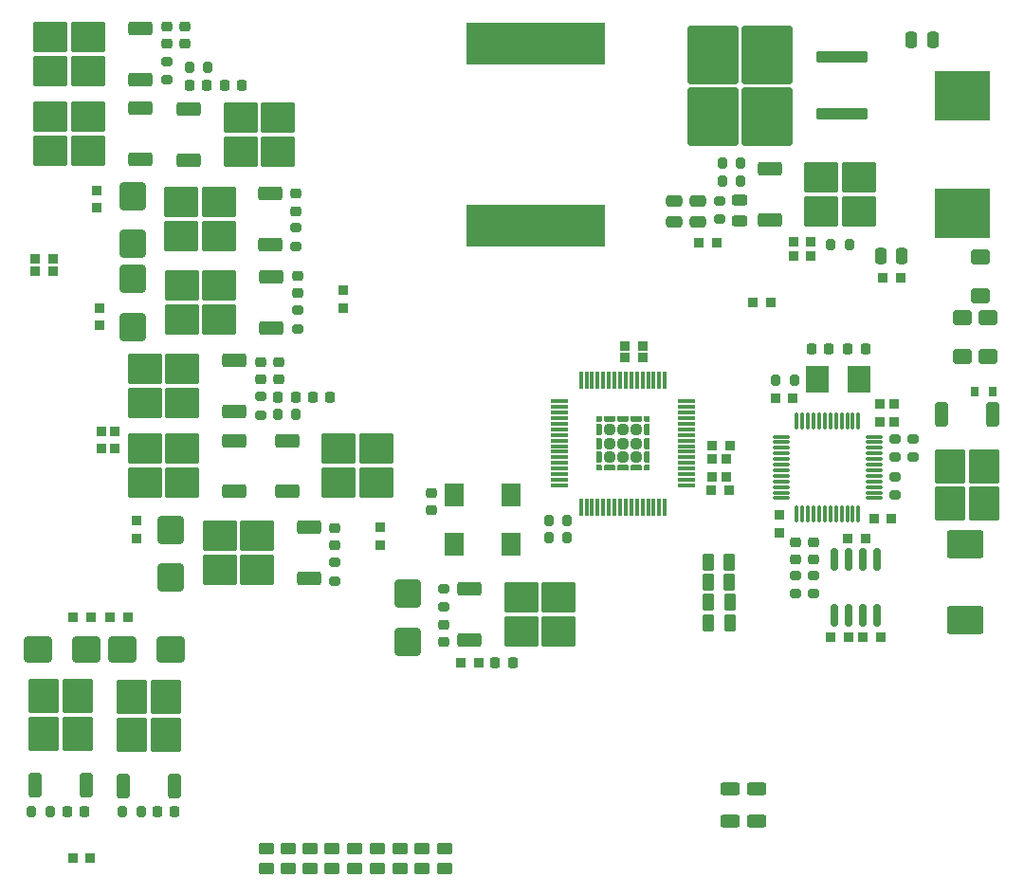
<source format=gbr>
%TF.GenerationSoftware,KiCad,Pcbnew,7.0.1*%
%TF.CreationDate,2024-06-21T04:11:25+03:00*%
%TF.ProjectId,_____ GDI,1f3b3042-3020-4474-9449-2e6b69636164,rev?*%
%TF.SameCoordinates,Original*%
%TF.FileFunction,Paste,Top*%
%TF.FilePolarity,Positive*%
%FSLAX46Y46*%
G04 Gerber Fmt 4.6, Leading zero omitted, Abs format (unit mm)*
G04 Created by KiCad (PCBNEW 7.0.1) date 2024-06-21 04:11:25*
%MOMM*%
%LPD*%
G01*
G04 APERTURE LIST*
G04 Aperture macros list*
%AMRoundRect*
0 Rectangle with rounded corners*
0 $1 Rounding radius*
0 $2 $3 $4 $5 $6 $7 $8 $9 X,Y pos of 4 corners*
0 Add a 4 corners polygon primitive as box body*
4,1,4,$2,$3,$4,$5,$6,$7,$8,$9,$2,$3,0*
0 Add four circle primitives for the rounded corners*
1,1,$1+$1,$2,$3*
1,1,$1+$1,$4,$5*
1,1,$1+$1,$6,$7*
1,1,$1+$1,$8,$9*
0 Add four rect primitives between the rounded corners*
20,1,$1+$1,$2,$3,$4,$5,0*
20,1,$1+$1,$4,$5,$6,$7,0*
20,1,$1+$1,$6,$7,$8,$9,0*
20,1,$1+$1,$8,$9,$2,$3,0*%
%AMFreePoly0*
4,1,48,0.193769,0.277084,0.210256,0.277084,0.223594,0.267393,0.239272,0.262299,0.248962,0.248962,0.262299,0.239272,0.267393,0.223594,0.277084,0.210256,0.277084,0.193769,0.282178,0.178092,0.282178,-0.091864,0.279582,-0.099852,0.280896,-0.108146,0.269831,-0.129862,0.262299,-0.153044,0.255505,-0.157980,0.251692,-0.165464,0.165464,-0.251692,0.157980,-0.255505,0.153044,-0.262299,
0.129864,-0.269830,0.108147,-0.280896,0.099852,-0.279582,0.091864,-0.282178,-0.178092,-0.282178,-0.193769,-0.277084,-0.210256,-0.277084,-0.223594,-0.267393,-0.239272,-0.262299,-0.248962,-0.248962,-0.262299,-0.239272,-0.267393,-0.223594,-0.277084,-0.210256,-0.277084,-0.193769,-0.282178,-0.178092,-0.282178,0.178092,-0.277084,0.193769,-0.277084,0.210256,-0.267393,0.223594,-0.262299,0.239272,
-0.248962,0.248962,-0.239272,0.262299,-0.223594,0.267393,-0.210256,0.277084,-0.193769,0.277084,-0.178092,0.282178,0.178092,0.282178,0.193769,0.277084,0.193769,0.277084,$1*%
%AMFreePoly1*
4,1,16,0.154497,0.483735,0.203876,0.463282,0.261726,0.405432,0.282179,0.356053,0.282179,-0.356053,0.261724,-0.405432,0.203876,-0.463283,0.154497,-0.483736,-0.212347,-0.483736,-0.261726,-0.463283,-0.282179,-0.413904,-0.282179,0.413904,-0.261726,0.463283,-0.212347,0.483736,0.154497,0.483736,0.154497,0.483735,0.154497,0.483735,$1*%
%AMFreePoly2*
4,1,48,0.099852,0.279582,0.108147,0.280896,0.129864,0.269830,0.153044,0.262299,0.157980,0.255505,0.165464,0.251692,0.251692,0.165464,0.255505,0.157980,0.262299,0.153044,0.269831,0.129862,0.280896,0.108146,0.279582,0.099852,0.282178,0.091864,0.282178,-0.178092,0.277084,-0.193769,0.277084,-0.210256,0.267393,-0.223594,0.262299,-0.239272,0.248962,-0.248962,0.239272,-0.262299,
0.223594,-0.267393,0.210256,-0.277084,0.193769,-0.277084,0.178092,-0.282178,-0.178092,-0.282178,-0.193769,-0.277084,-0.210256,-0.277084,-0.223594,-0.267393,-0.239272,-0.262299,-0.248962,-0.248962,-0.262299,-0.239272,-0.267393,-0.223594,-0.277084,-0.210256,-0.277084,-0.193769,-0.282178,-0.178092,-0.282178,0.178092,-0.277084,0.193769,-0.277084,0.210256,-0.267393,0.223594,-0.262299,0.239272,
-0.248962,0.248962,-0.239272,0.262299,-0.223594,0.267393,-0.210256,0.277084,-0.193769,0.277084,-0.178092,0.282178,0.091864,0.282178,0.099852,0.279582,0.099852,0.279582,$1*%
%AMFreePoly3*
4,1,15,0.463283,0.261726,0.483736,0.212347,0.483736,-0.154497,0.463281,-0.203876,0.405432,-0.261726,0.356052,-0.282179,-0.356053,-0.282179,-0.405432,-0.261724,-0.463283,-0.203876,-0.483736,-0.154497,-0.483736,0.212347,-0.463283,0.261726,-0.413904,0.282179,0.413904,0.282179,0.463283,0.261726,0.463283,0.261726,$1*%
%AMFreePoly4*
4,1,15,0.405432,0.261726,0.463283,0.203876,0.483736,0.154497,0.483736,-0.212347,0.463283,-0.261726,0.413904,-0.282179,-0.413904,-0.282179,-0.463283,-0.261726,-0.483736,-0.212347,-0.483736,0.154497,-0.463281,0.203876,-0.405432,0.261726,-0.356053,0.282179,0.356053,0.282179,0.405432,0.261726,0.405432,0.261726,$1*%
%AMFreePoly5*
4,1,48,0.193769,0.277084,0.210256,0.277084,0.223594,0.267393,0.239272,0.262299,0.248962,0.248962,0.262299,0.239272,0.267393,0.223594,0.277084,0.210256,0.277084,0.193769,0.282178,0.178092,0.282178,-0.178092,0.277084,-0.193769,0.277084,-0.210256,0.267393,-0.223594,0.262299,-0.239272,0.248962,-0.248962,0.239272,-0.262299,0.223594,-0.267393,0.210256,-0.277084,0.193769,-0.277084,
0.178092,-0.282178,-0.091864,-0.282178,-0.099852,-0.279582,-0.108146,-0.280896,-0.129862,-0.269831,-0.153044,-0.262299,-0.157980,-0.255505,-0.165464,-0.251692,-0.251692,-0.165464,-0.255505,-0.157980,-0.262299,-0.153044,-0.269830,-0.129864,-0.280896,-0.108147,-0.279582,-0.099852,-0.282178,-0.091864,-0.282178,0.178092,-0.277084,0.193769,-0.277084,0.210256,-0.267393,0.223594,-0.262299,0.239272,
-0.248962,0.248962,-0.239272,0.262299,-0.223594,0.267393,-0.210256,0.277084,-0.193769,0.277084,-0.178092,0.282178,0.178092,0.282178,0.193769,0.277084,0.193769,0.277084,$1*%
%AMFreePoly6*
4,1,15,0.261726,0.463283,0.282179,0.413904,0.282179,-0.413904,0.261726,-0.463283,0.212347,-0.483736,-0.154498,-0.483736,-0.203876,-0.463281,-0.261726,-0.405432,-0.282179,-0.356053,-0.282179,0.356053,-0.261724,0.405432,-0.203876,0.463283,-0.154497,0.483736,0.212347,0.483736,0.261726,0.463283,0.261726,0.463283,$1*%
%AMFreePoly7*
4,1,48,0.193769,0.277084,0.210256,0.277084,0.223594,0.267393,0.239272,0.262299,0.248962,0.248962,0.262299,0.239272,0.267393,0.223594,0.277084,0.210256,0.277084,0.193769,0.282178,0.178092,0.282178,-0.178092,0.277084,-0.193769,0.277084,-0.210256,0.267393,-0.223594,0.262299,-0.239272,0.248962,-0.248962,0.239272,-0.262299,0.223594,-0.267393,0.210256,-0.277084,0.193769,-0.277084,
0.178092,-0.282178,-0.178092,-0.282178,-0.193769,-0.277084,-0.210256,-0.277084,-0.223594,-0.267393,-0.239272,-0.262299,-0.248962,-0.248962,-0.262299,-0.239272,-0.267393,-0.223594,-0.277084,-0.210256,-0.277084,-0.193769,-0.282178,-0.178092,-0.282178,0.091864,-0.279582,0.099852,-0.280896,0.108147,-0.269830,0.129864,-0.262299,0.153044,-0.255505,0.157980,-0.251692,0.165464,-0.165464,0.251692,
-0.157980,0.255505,-0.153044,0.262299,-0.129862,0.269831,-0.108146,0.280896,-0.099852,0.279582,-0.091864,0.282178,0.178092,0.282178,0.193769,0.277084,0.193769,0.277084,$1*%
G04 Aperture macros list end*
%ADD10RoundRect,0.250000X0.250000X0.475000X-0.250000X0.475000X-0.250000X-0.475000X0.250000X-0.475000X0*%
%ADD11RoundRect,0.250000X0.850000X0.350000X-0.850000X0.350000X-0.850000X-0.350000X0.850000X-0.350000X0*%
%ADD12RoundRect,0.250000X1.275000X1.125000X-1.275000X1.125000X-1.275000X-1.125000X1.275000X-1.125000X0*%
%ADD13RoundRect,0.100000X-0.400000X-0.625000X0.400000X-0.625000X0.400000X0.625000X-0.400000X0.625000X0*%
%ADD14RoundRect,0.200000X0.200000X0.275000X-0.200000X0.275000X-0.200000X-0.275000X0.200000X-0.275000X0*%
%ADD15RoundRect,0.085000X0.340000X-0.340000X0.340000X0.340000X-0.340000X0.340000X-0.340000X-0.340000X0*%
%ADD16RoundRect,0.250000X0.350000X-0.850000X0.350000X0.850000X-0.350000X0.850000X-0.350000X-0.850000X0*%
%ADD17RoundRect,0.250000X1.125000X-1.275000X1.125000X1.275000X-1.125000X1.275000X-1.125000X-1.275000X0*%
%ADD18RoundRect,0.250000X-0.625000X0.312500X-0.625000X-0.312500X0.625000X-0.312500X0.625000X0.312500X0*%
%ADD19RoundRect,0.085000X0.340000X0.340000X-0.340000X0.340000X-0.340000X-0.340000X0.340000X-0.340000X0*%
%ADD20RoundRect,0.075000X-0.075000X0.662500X-0.075000X-0.662500X0.075000X-0.662500X0.075000X0.662500X0*%
%ADD21RoundRect,0.075000X-0.662500X0.075000X-0.662500X-0.075000X0.662500X-0.075000X0.662500X0.075000X0*%
%ADD22RoundRect,0.225000X-0.250000X0.225000X-0.250000X-0.225000X0.250000X-0.225000X0.250000X0.225000X0*%
%ADD23RoundRect,0.250000X0.450000X-0.262500X0.450000X0.262500X-0.450000X0.262500X-0.450000X-0.262500X0*%
%ADD24RoundRect,0.200000X0.275000X-0.200000X0.275000X0.200000X-0.275000X0.200000X-0.275000X-0.200000X0*%
%ADD25RoundRect,0.200000X-0.200000X-0.275000X0.200000X-0.275000X0.200000X0.275000X-0.200000X0.275000X0*%
%ADD26RoundRect,0.085000X-0.340000X-0.340000X0.340000X-0.340000X0.340000X0.340000X-0.340000X0.340000X0*%
%ADD27R,12.320000X3.825000*%
%ADD28RoundRect,0.225000X0.250000X-0.225000X0.250000X0.225000X-0.250000X0.225000X-0.250000X-0.225000X0*%
%ADD29RoundRect,0.250000X-0.600000X0.400000X-0.600000X-0.400000X0.600000X-0.400000X0.600000X0.400000X0*%
%ADD30RoundRect,0.085000X-0.340000X0.340000X-0.340000X-0.340000X0.340000X-0.340000X0.340000X0.340000X0*%
%ADD31RoundRect,0.250000X-0.475000X0.250000X-0.475000X-0.250000X0.475000X-0.250000X0.475000X0.250000X0*%
%ADD32RoundRect,0.250000X0.900000X-1.000000X0.900000X1.000000X-0.900000X1.000000X-0.900000X-1.000000X0*%
%ADD33RoundRect,0.225000X0.225000X0.250000X-0.225000X0.250000X-0.225000X-0.250000X0.225000X-0.250000X0*%
%ADD34RoundRect,0.250000X1.000000X0.900000X-1.000000X0.900000X-1.000000X-0.900000X1.000000X-0.900000X0*%
%ADD35RoundRect,0.250000X-0.850000X-0.350000X0.850000X-0.350000X0.850000X0.350000X-0.850000X0.350000X0*%
%ADD36RoundRect,0.250000X-1.275000X-1.125000X1.275000X-1.125000X1.275000X1.125000X-1.275000X1.125000X0*%
%ADD37RoundRect,0.070000X-0.280000X-0.390000X0.280000X-0.390000X0.280000X0.390000X-0.280000X0.390000X0*%
%ADD38RoundRect,0.250000X2.050000X0.300000X-2.050000X0.300000X-2.050000X-0.300000X2.050000X-0.300000X0*%
%ADD39RoundRect,0.250000X2.025000X2.375000X-2.025000X2.375000X-2.025000X-2.375000X2.025000X-2.375000X0*%
%ADD40RoundRect,0.250000X-1.400000X-1.000000X1.400000X-1.000000X1.400000X1.000000X-1.400000X1.000000X0*%
%ADD41R,2.000000X2.400000*%
%ADD42RoundRect,0.200000X-0.275000X0.200000X-0.275000X-0.200000X0.275000X-0.200000X0.275000X0.200000X0*%
%ADD43RoundRect,0.250000X-0.350000X0.850000X-0.350000X-0.850000X0.350000X-0.850000X0.350000X0.850000X0*%
%ADD44RoundRect,0.250000X-1.125000X1.275000X-1.125000X-1.275000X1.125000X-1.275000X1.125000X1.275000X0*%
%ADD45FreePoly0,90.000000*%
%ADD46FreePoly1,90.000000*%
%ADD47FreePoly2,90.000000*%
%ADD48FreePoly3,90.000000*%
%ADD49RoundRect,0.241868X0.241867X-0.241867X0.241867X0.241867X-0.241867X0.241867X-0.241867X-0.241867X0*%
%ADD50FreePoly4,90.000000*%
%ADD51FreePoly5,90.000000*%
%ADD52FreePoly6,90.000000*%
%ADD53FreePoly7,90.000000*%
%ADD54RoundRect,0.075000X0.075000X-0.700000X0.075000X0.700000X-0.075000X0.700000X-0.075000X-0.700000X0*%
%ADD55RoundRect,0.075000X0.700000X-0.075000X0.700000X0.075000X-0.700000X0.075000X-0.700000X-0.075000X0*%
%ADD56RoundRect,0.243750X0.456250X-0.243750X0.456250X0.243750X-0.456250X0.243750X-0.456250X-0.243750X0*%
%ADD57RoundRect,0.250000X-0.900000X1.000000X-0.900000X-1.000000X0.900000X-1.000000X0.900000X1.000000X0*%
%ADD58R,1.800000X2.000000*%
%ADD59RoundRect,0.218750X0.256250X-0.218750X0.256250X0.218750X-0.256250X0.218750X-0.256250X-0.218750X0*%
%ADD60RoundRect,0.150000X-0.150000X0.825000X-0.150000X-0.825000X0.150000X-0.825000X0.150000X0.825000X0*%
%ADD61RoundRect,0.225000X-0.225000X-0.250000X0.225000X-0.250000X0.225000X0.250000X-0.225000X0.250000X0*%
%ADD62RoundRect,0.250000X-1.000000X-0.900000X1.000000X-0.900000X1.000000X0.900000X-1.000000X0.900000X0*%
%ADD63R,5.000000X4.500000*%
G04 APERTURE END LIST*
D10*
%TO.C,C90*%
X178750000Y-51200000D03*
X176850000Y-51200000D03*
%TD*%
D11*
%TO.C,D15*%
X116400000Y-91500000D03*
D12*
X111775000Y-90745000D03*
X111775000Y-87695000D03*
X108425000Y-90745000D03*
X108425000Y-87695000D03*
D11*
X116400000Y-86940000D03*
%TD*%
D13*
%TO.C,R115*%
X158700000Y-99600000D03*
X160600022Y-99600000D03*
%TD*%
D14*
%TO.C,R120*%
X161625000Y-62200000D03*
X159975000Y-62200000D03*
%TD*%
D15*
%TO.C,C66*%
X126100000Y-75089981D03*
X126100000Y-73509979D03*
%TD*%
D16*
%TO.C,Q10*%
X106455000Y-117825000D03*
D17*
X107210000Y-113200000D03*
X110260000Y-113200000D03*
X107210000Y-109850000D03*
X110260000Y-109850000D03*
D16*
X111015000Y-117825000D03*
%TD*%
%TO.C,Q11*%
X98595000Y-117725000D03*
D17*
X99350000Y-113100000D03*
X102400000Y-113100000D03*
X99350000Y-109750000D03*
X102400000Y-109750000D03*
D16*
X103155000Y-117725000D03*
%TD*%
D18*
%TO.C,R126*%
X160700000Y-118037500D03*
X160700000Y-120962500D03*
%TD*%
D14*
%TO.C,R131*%
X161625000Y-63800000D03*
X159975000Y-63800000D03*
%TD*%
%TO.C,R116*%
X146125000Y-94100000D03*
X144475000Y-94100000D03*
%TD*%
D19*
%TO.C,C73*%
X175090001Y-93900000D03*
X173509999Y-93900000D03*
%TD*%
D20*
%TO.C,U7*%
X172130000Y-85187500D03*
X171630000Y-85187500D03*
X171130000Y-85187500D03*
X170630000Y-85187500D03*
X170130000Y-85187500D03*
X169630000Y-85187500D03*
X169130000Y-85187500D03*
X168630000Y-85187500D03*
X168130000Y-85187500D03*
X167630000Y-85187500D03*
X167130000Y-85187500D03*
X166630000Y-85187500D03*
D21*
X165217500Y-86600000D03*
X165217500Y-87100000D03*
X165217500Y-87600000D03*
X165217500Y-88100000D03*
X165217500Y-88600000D03*
X165217500Y-89100000D03*
X165217500Y-89600000D03*
X165217500Y-90100000D03*
X165217500Y-90600000D03*
X165217500Y-91100000D03*
X165217500Y-91600000D03*
X165217500Y-92100000D03*
D20*
X166630000Y-93512500D03*
X167130000Y-93512500D03*
X167630000Y-93512500D03*
X168130000Y-93512500D03*
X168630000Y-93512500D03*
X169130000Y-93512500D03*
X169630000Y-93512500D03*
X170130000Y-93512500D03*
X170630000Y-93512500D03*
X171130000Y-93512500D03*
X171630000Y-93512500D03*
X172130000Y-93512500D03*
D21*
X173542500Y-92100000D03*
X173542500Y-91600000D03*
X173542500Y-91100000D03*
X173542500Y-90600000D03*
X173542500Y-90100000D03*
X173542500Y-89600000D03*
X173542500Y-89100000D03*
X173542500Y-88600000D03*
X173542500Y-88100000D03*
X173542500Y-87600000D03*
X173542500Y-87100000D03*
X173542500Y-86600000D03*
%TD*%
D22*
%TO.C,C62*%
X125350000Y-94775000D03*
X125350000Y-96325000D03*
%TD*%
D23*
%TO.C,R128*%
X123150000Y-125200000D03*
X123150000Y-123375000D03*
%TD*%
D24*
%TO.C,R123*%
X159700000Y-67175000D03*
X159700000Y-65525000D03*
%TD*%
D25*
%TO.C,R104*%
X106405000Y-120125000D03*
X108055000Y-120125000D03*
%TD*%
D26*
%TO.C,C74*%
X164709999Y-83150000D03*
X166290001Y-83150000D03*
%TD*%
D27*
%TO.C,L2*%
X143300000Y-51477500D03*
X143300000Y-67722500D03*
%TD*%
D24*
%TO.C,R101*%
X122025000Y-76975000D03*
X122025000Y-75325000D03*
%TD*%
D23*
%TO.C,R130*%
X127150000Y-125200000D03*
X127150000Y-123375000D03*
%TD*%
D28*
%TO.C,C67*%
X120350000Y-81500000D03*
X120350000Y-79950000D03*
%TD*%
D29*
%TO.C,D3*%
X183700000Y-75950000D03*
X183700000Y-79450000D03*
%TD*%
D11*
%TO.C,D14*%
X107975000Y-61855000D03*
D12*
X103350000Y-61100000D03*
X103350000Y-58050000D03*
X100000000Y-61100000D03*
X100000000Y-58050000D03*
D11*
X107975000Y-57295000D03*
%TD*%
%TO.C,Q6*%
X119625000Y-69455000D03*
D12*
X115000000Y-68700000D03*
X115000000Y-65650000D03*
X111650000Y-68700000D03*
X111650000Y-65650000D03*
D11*
X119625000Y-64895000D03*
%TD*%
D30*
%TO.C,C75*%
X174080000Y-83709999D03*
X174080000Y-85290001D03*
%TD*%
D15*
%TO.C,C71*%
X129400000Y-96290001D03*
X129400000Y-94709999D03*
%TD*%
D26*
%TO.C,C45*%
X136659999Y-106825000D03*
X138240001Y-106825000D03*
%TD*%
D31*
%TO.C,C94*%
X157800000Y-65550000D03*
X157800000Y-67450000D03*
%TD*%
D18*
%TO.C,R124*%
X163000000Y-118037500D03*
X163000000Y-120962500D03*
%TD*%
D32*
%TO.C,D16*%
X107300000Y-69400000D03*
X107300000Y-65100000D03*
%TD*%
D19*
%TO.C,C93*%
X159490001Y-69320000D03*
X157909999Y-69320000D03*
%TD*%
D24*
%TO.C,R85*%
X175430000Y-88425000D03*
X175430000Y-86775000D03*
%TD*%
D19*
%TO.C,C4*%
X172790001Y-95700000D03*
X171209999Y-95700000D03*
%TD*%
D33*
%TO.C,C53*%
X113970000Y-55225000D03*
X112420000Y-55225000D03*
%TD*%
%TO.C,C68*%
X124975000Y-83100000D03*
X123425000Y-83100000D03*
%TD*%
D23*
%TO.C,R135*%
X135200000Y-125200000D03*
X135200000Y-123375000D03*
%TD*%
D22*
%TO.C,C55*%
X122025000Y-72250000D03*
X122025000Y-73800000D03*
%TD*%
D15*
%TO.C,C39*%
X104100000Y-66190001D03*
X104100000Y-64609999D03*
%TD*%
D19*
%TO.C,C44*%
X103590001Y-102700000D03*
X102009999Y-102700000D03*
%TD*%
D11*
%TO.C,Q7*%
X119700000Y-76880000D03*
D12*
X115075000Y-76125000D03*
X115075000Y-73075000D03*
X111725000Y-76125000D03*
X111725000Y-73075000D03*
D11*
X119700000Y-72320000D03*
%TD*%
D23*
%TO.C,R129*%
X125100000Y-125200000D03*
X125100000Y-123375000D03*
%TD*%
D34*
%TO.C,D19*%
X103205000Y-105625000D03*
X98905000Y-105625000D03*
%TD*%
D23*
%TO.C,R134*%
X133150000Y-125200000D03*
X133150000Y-123375000D03*
%TD*%
D33*
%TO.C,C70*%
X141250000Y-106800000D03*
X139700000Y-106800000D03*
%TD*%
D35*
%TO.C,Q9*%
X121100000Y-86940000D03*
D36*
X125725000Y-87695000D03*
X125725000Y-90745000D03*
X129075000Y-87695000D03*
X129075000Y-90745000D03*
D35*
X121100000Y-91500000D03*
%TD*%
D23*
%TO.C,R132*%
X129200000Y-125200000D03*
X129200000Y-123375000D03*
%TD*%
D26*
%TO.C,C37*%
X98600000Y-70750000D03*
X100180002Y-70750000D03*
%TD*%
D19*
%TO.C,C87*%
X160590001Y-91400000D03*
X159009999Y-91400000D03*
%TD*%
D25*
%TO.C,R105*%
X98305000Y-120125000D03*
X99955000Y-120125000D03*
%TD*%
D29*
%TO.C,D1*%
X183000000Y-70550000D03*
X183000000Y-74050000D03*
%TD*%
D37*
%TO.C,R19*%
X182500000Y-82600000D03*
X184100000Y-82600000D03*
%TD*%
D38*
%TO.C,D26*%
X170700000Y-57800000D03*
D39*
X163975000Y-58035000D03*
X163975000Y-52485000D03*
X159125000Y-58035000D03*
X159125000Y-52485000D03*
D38*
X170700000Y-52720000D03*
%TD*%
D19*
%TO.C,C77*%
X164290001Y-74600000D03*
X162709999Y-74600000D03*
%TD*%
D40*
%TO.C,D4*%
X181680000Y-96200000D03*
X181680000Y-103000000D03*
%TD*%
D35*
%TO.C,Q5*%
X112320000Y-57320000D03*
D36*
X116945000Y-58075000D03*
X116945000Y-61125000D03*
X120295000Y-58075000D03*
X120295000Y-61125000D03*
D35*
X112320000Y-61880000D03*
%TD*%
D23*
%TO.C,R127*%
X121200000Y-125200000D03*
X121200000Y-123375000D03*
%TD*%
D30*
%TO.C,C40*%
X104400000Y-75109999D03*
X104400000Y-76690001D03*
%TD*%
D24*
%TO.C,R100*%
X121900000Y-69600000D03*
X121900000Y-67950000D03*
%TD*%
D41*
%TO.C,Y3*%
X172180000Y-81500000D03*
X168480000Y-81500000D03*
%TD*%
D28*
%TO.C,C64*%
X112020000Y-51500000D03*
X112020000Y-49950000D03*
%TD*%
D13*
%TO.C,R114*%
X158700000Y-97800000D03*
X160600022Y-97800000D03*
%TD*%
D24*
%TO.C,R98*%
X110400000Y-54725000D03*
X110400000Y-53075000D03*
%TD*%
%TO.C,R118*%
X177000000Y-88425000D03*
X177000000Y-86775000D03*
%TD*%
D42*
%TO.C,R86*%
X166500000Y-99000000D03*
X166500000Y-100650000D03*
%TD*%
D28*
%TO.C,C60*%
X135100000Y-104950000D03*
X135100000Y-103400000D03*
%TD*%
D33*
%TO.C,C65*%
X117070000Y-55225000D03*
X115520000Y-55225000D03*
%TD*%
D19*
%TO.C,C78*%
X152840001Y-79550000D03*
X151259999Y-79550000D03*
%TD*%
D43*
%TO.C,Q1*%
X184100000Y-84600000D03*
D44*
X183345000Y-89225000D03*
X180295000Y-89225000D03*
X183345000Y-92575000D03*
X180295000Y-92575000D03*
D43*
X179540000Y-84600000D03*
X179540000Y-84600000D03*
%TD*%
D22*
%TO.C,C54*%
X121900000Y-64900000D03*
X121900000Y-66450000D03*
%TD*%
D19*
%TO.C,C80*%
X152840001Y-78500000D03*
X151259999Y-78500000D03*
%TD*%
D45*
%TO.C,U8*%
X148950000Y-89350000D03*
D46*
X149900000Y-89350000D03*
X151100000Y-89350000D03*
X152300000Y-89350000D03*
D47*
X153250000Y-89350000D03*
D48*
X148950000Y-88400000D03*
D49*
X149900000Y-88400000D03*
X151100000Y-88400000D03*
X152300000Y-88400000D03*
D50*
X153250000Y-88400000D03*
D48*
X148950000Y-87200000D03*
D49*
X149900000Y-87200000D03*
X151100000Y-87200000D03*
X152300000Y-87200000D03*
D50*
X153250000Y-87200000D03*
D48*
X148950000Y-86000000D03*
D49*
X149900000Y-86000000D03*
X151100000Y-86000000D03*
X152300000Y-86000000D03*
D50*
X153250000Y-86000000D03*
D51*
X148950000Y-85050000D03*
D52*
X149900000Y-85050000D03*
X151100000Y-85050000D03*
X152300000Y-85050000D03*
D53*
X153250000Y-85050000D03*
D54*
X147350000Y-92875000D03*
X147850000Y-92875000D03*
X148350000Y-92875000D03*
X148850000Y-92875000D03*
X149350000Y-92875000D03*
X149850000Y-92875000D03*
X150350000Y-92875000D03*
X150850000Y-92875000D03*
X151350000Y-92875000D03*
X151850000Y-92875000D03*
X152350000Y-92875000D03*
X152850000Y-92875000D03*
X153350000Y-92875000D03*
X153850000Y-92875000D03*
X154350000Y-92875000D03*
X154850000Y-92875000D03*
D55*
X156775000Y-90950000D03*
X156775000Y-90450000D03*
X156775000Y-89950000D03*
X156775000Y-89450000D03*
X156775000Y-88950000D03*
X156775000Y-88450000D03*
X156775000Y-87950000D03*
X156775000Y-87450000D03*
X156775000Y-86950000D03*
X156775000Y-86450000D03*
X156775000Y-85950000D03*
X156775000Y-85450000D03*
X156775000Y-84950000D03*
X156775000Y-84450000D03*
X156775000Y-83950000D03*
X156775000Y-83450000D03*
D54*
X154850000Y-81525000D03*
X154350000Y-81525000D03*
X153850000Y-81525000D03*
X153350000Y-81525000D03*
X152850000Y-81525000D03*
X152350000Y-81525000D03*
X151850000Y-81525000D03*
X151350000Y-81525000D03*
X150850000Y-81525000D03*
X150350000Y-81525000D03*
X149850000Y-81525000D03*
X149350000Y-81525000D03*
X148850000Y-81525000D03*
X148350000Y-81525000D03*
X147850000Y-81525000D03*
X147350000Y-81525000D03*
D55*
X145425000Y-83450000D03*
X145425000Y-83950000D03*
X145425000Y-84450000D03*
X145425000Y-84950000D03*
X145425000Y-85450000D03*
X145425000Y-85950000D03*
X145425000Y-86450000D03*
X145425000Y-86950000D03*
X145425000Y-87450000D03*
X145425000Y-87950000D03*
X145425000Y-88450000D03*
X145425000Y-88950000D03*
X145425000Y-89450000D03*
X145425000Y-89950000D03*
X145425000Y-90450000D03*
X145425000Y-90950000D03*
%TD*%
D26*
%TO.C,C43*%
X105309999Y-102700000D03*
X106890001Y-102700000D03*
%TD*%
D23*
%TO.C,R133*%
X131200000Y-125200000D03*
X131200000Y-123375000D03*
%TD*%
D26*
%TO.C,C76*%
X174309999Y-72420000D03*
X175890001Y-72420000D03*
%TD*%
D56*
%TO.C,D27*%
X161500000Y-67337500D03*
X161500000Y-65462500D03*
%TD*%
D32*
%TO.C,D20*%
X131900000Y-104900000D03*
X131900000Y-100600000D03*
%TD*%
D10*
%TO.C,C86*%
X176000000Y-70500000D03*
X174100000Y-70500000D03*
%TD*%
D29*
%TO.C,D2*%
X181400000Y-75950000D03*
X181400000Y-79450000D03*
%TD*%
D24*
%TO.C,R111*%
X168130000Y-100650000D03*
X168130000Y-99000000D03*
%TD*%
D42*
%TO.C,R106*%
X135100000Y-100150000D03*
X135100000Y-101800000D03*
%TD*%
D13*
%TO.C,R113*%
X158749999Y-101400000D03*
X160650021Y-101400000D03*
%TD*%
D11*
%TO.C,Q8*%
X116400000Y-84340000D03*
D12*
X111775000Y-83585000D03*
X111775000Y-80535000D03*
X108425000Y-83585000D03*
X108425000Y-80535000D03*
D11*
X116400000Y-79780000D03*
%TD*%
D57*
%TO.C,D17*%
X107325000Y-72525000D03*
X107325000Y-76825000D03*
%TD*%
D58*
%TO.C,Y2*%
X136060000Y-96200000D03*
X141140000Y-96200000D03*
X141140000Y-91800000D03*
X136060000Y-91800000D03*
%TD*%
D24*
%TO.C,R87*%
X175430000Y-91825000D03*
X175430000Y-90175000D03*
%TD*%
D30*
%TO.C,C79*%
X175330000Y-83709999D03*
X175330000Y-85290001D03*
%TD*%
D28*
%TO.C,C91*%
X134000000Y-93175000D03*
X134000000Y-91625000D03*
%TD*%
D33*
%TO.C,C59*%
X103055000Y-120125000D03*
X101505000Y-120125000D03*
%TD*%
D26*
%TO.C,C89*%
X166309999Y-69200000D03*
X167890001Y-69200000D03*
%TD*%
D14*
%TO.C,R103*%
X121925000Y-84600000D03*
X120275000Y-84600000D03*
%TD*%
D13*
%TO.C,R112*%
X158744999Y-103200000D03*
X160645021Y-103200000D03*
%TD*%
D23*
%TO.C,R125*%
X119250000Y-125200000D03*
X119250000Y-123375000D03*
%TD*%
D59*
%TO.C,D25*%
X168130000Y-97600000D03*
X168130000Y-96025000D03*
%TD*%
D26*
%TO.C,C2*%
X169644999Y-104475000D03*
X171225001Y-104475000D03*
%TD*%
D33*
%TO.C,C57*%
X121875000Y-83100000D03*
X120325000Y-83100000D03*
%TD*%
D30*
%TO.C,C41*%
X105700000Y-86100000D03*
X105700000Y-87680002D03*
%TD*%
D11*
%TO.C,Q4*%
X107980000Y-54750000D03*
D12*
X103355000Y-53995000D03*
X103355000Y-50945000D03*
X100005000Y-53995000D03*
X100005000Y-50945000D03*
D11*
X107980000Y-50190000D03*
%TD*%
D26*
%TO.C,C38*%
X98609999Y-71800000D03*
X100190001Y-71800000D03*
%TD*%
D14*
%TO.C,R117*%
X146125000Y-95600000D03*
X144475000Y-95600000D03*
%TD*%
D60*
%TO.C,U1*%
X173785000Y-97575000D03*
X172515000Y-97575000D03*
X171245000Y-97575000D03*
X169975000Y-97575000D03*
X169975000Y-102525000D03*
X171245000Y-102525000D03*
X172515000Y-102525000D03*
X173785000Y-102525000D03*
%TD*%
D15*
%TO.C,C84*%
X160300000Y-90190001D03*
X160300000Y-88609999D03*
%TD*%
D32*
%TO.C,D22*%
X110750000Y-99200000D03*
X110750000Y-94900000D03*
%TD*%
D61*
%TO.C,C50*%
X167930000Y-78800000D03*
X169480000Y-78800000D03*
%TD*%
D26*
%TO.C,C1*%
X172544999Y-104475000D03*
X174125001Y-104475000D03*
%TD*%
%TO.C,C92*%
X166309999Y-70500000D03*
X167890001Y-70500000D03*
%TD*%
D31*
%TO.C,C96*%
X155700000Y-65550000D03*
X155700000Y-67450000D03*
%TD*%
D22*
%TO.C,C56*%
X118800000Y-79950000D03*
X118800000Y-81500000D03*
%TD*%
D35*
%TO.C,Q12*%
X137400000Y-100200000D03*
D36*
X142025000Y-100955000D03*
X142025000Y-104005000D03*
X145375000Y-100955000D03*
X145375000Y-104005000D03*
D35*
X137400000Y-104760000D03*
%TD*%
D15*
%TO.C,C72*%
X165100000Y-95190001D03*
X165100000Y-93609999D03*
%TD*%
D22*
%TO.C,C52*%
X110400000Y-49965000D03*
X110400000Y-51515000D03*
%TD*%
D24*
%TO.C,R102*%
X118800000Y-84690000D03*
X118800000Y-83040000D03*
%TD*%
D14*
%TO.C,R99*%
X114025000Y-53625000D03*
X112375000Y-53625000D03*
%TD*%
D24*
%TO.C,R108*%
X125350000Y-99475000D03*
X125350000Y-97825000D03*
%TD*%
D19*
%TO.C,C85*%
X160640001Y-87400000D03*
X159059999Y-87400000D03*
%TD*%
D59*
%TO.C,D24*%
X166500000Y-97600000D03*
X166500000Y-96025000D03*
%TD*%
D15*
%TO.C,C47*%
X107675000Y-95665001D03*
X107675000Y-94084999D03*
%TD*%
D62*
%TO.C,D18*%
X106405000Y-105625000D03*
X110705000Y-105625000D03*
%TD*%
D30*
%TO.C,C42*%
X104500000Y-86109999D03*
X104500000Y-87690001D03*
%TD*%
D35*
%TO.C,Q16*%
X164200000Y-62720000D03*
D36*
X168825000Y-63475000D03*
X168825000Y-66525000D03*
X172175000Y-63475000D03*
X172175000Y-66525000D03*
D35*
X164200000Y-67280000D03*
%TD*%
D33*
%TO.C,C58*%
X111055000Y-120125000D03*
X109505000Y-120125000D03*
%TD*%
D11*
%TO.C,Q14*%
X123075000Y-99255000D03*
D12*
X118450000Y-98500000D03*
X118450000Y-95450000D03*
X115100000Y-98500000D03*
X115100000Y-95450000D03*
D11*
X123075000Y-94695000D03*
%TD*%
D15*
%TO.C,C82*%
X159075060Y-90190001D03*
X159075060Y-88609999D03*
%TD*%
D25*
%TO.C,R122*%
X169675000Y-69420000D03*
X171325000Y-69420000D03*
%TD*%
D33*
%TO.C,C49*%
X172755000Y-78800000D03*
X171205000Y-78800000D03*
%TD*%
D63*
%TO.C,L1*%
X181400000Y-66650000D03*
X181400000Y-56150000D03*
%TD*%
D26*
%TO.C,C69*%
X101964999Y-124225000D03*
X103545001Y-124225000D03*
%TD*%
D25*
%TO.C,R1*%
X164775000Y-81600000D03*
X166425000Y-81600000D03*
%TD*%
M02*

</source>
